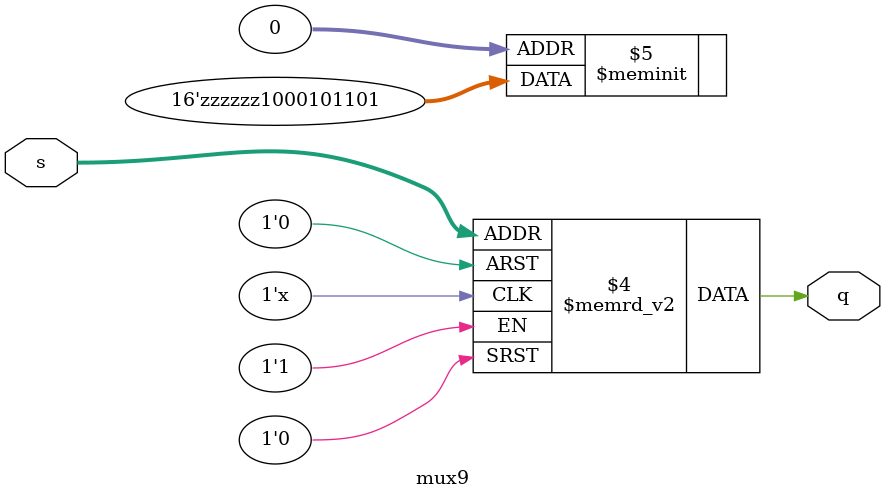
<source format=sv>
module mux9 (input logic [3:0] s, output logic q);

always_comb
   case(s)
	0: q = 1;
	1: q = 0;
	2: q = 1;
	3: q = 1;
	4: q = 0;
	5: q = 1;
	6: q = 0;
	7: q = 0;
	8: q = 0;
	9: q = 1;
	//DONE
	


	

	default: q = 1'bz; 
	endcase 
endmodule
</source>
